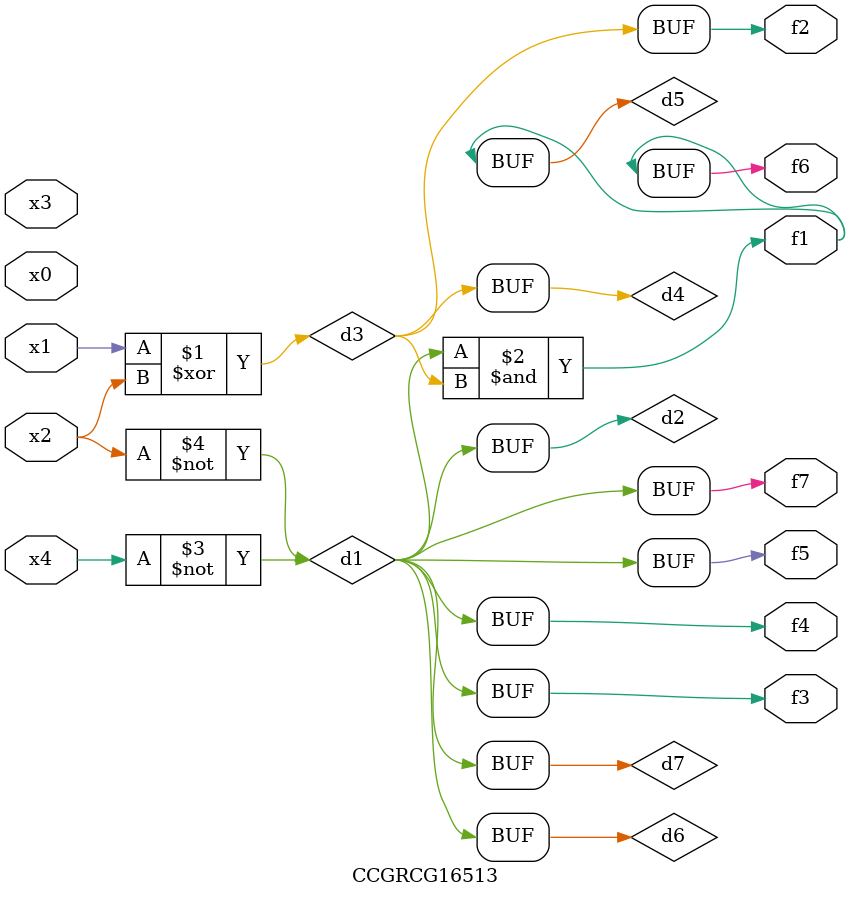
<source format=v>
module CCGRCG16513(
	input x0, x1, x2, x3, x4,
	output f1, f2, f3, f4, f5, f6, f7
);

	wire d1, d2, d3, d4, d5, d6, d7;

	not (d1, x4);
	not (d2, x2);
	xor (d3, x1, x2);
	buf (d4, d3);
	and (d5, d1, d3);
	buf (d6, d1, d2);
	buf (d7, d2);
	assign f1 = d5;
	assign f2 = d4;
	assign f3 = d7;
	assign f4 = d7;
	assign f5 = d7;
	assign f6 = d5;
	assign f7 = d7;
endmodule

</source>
